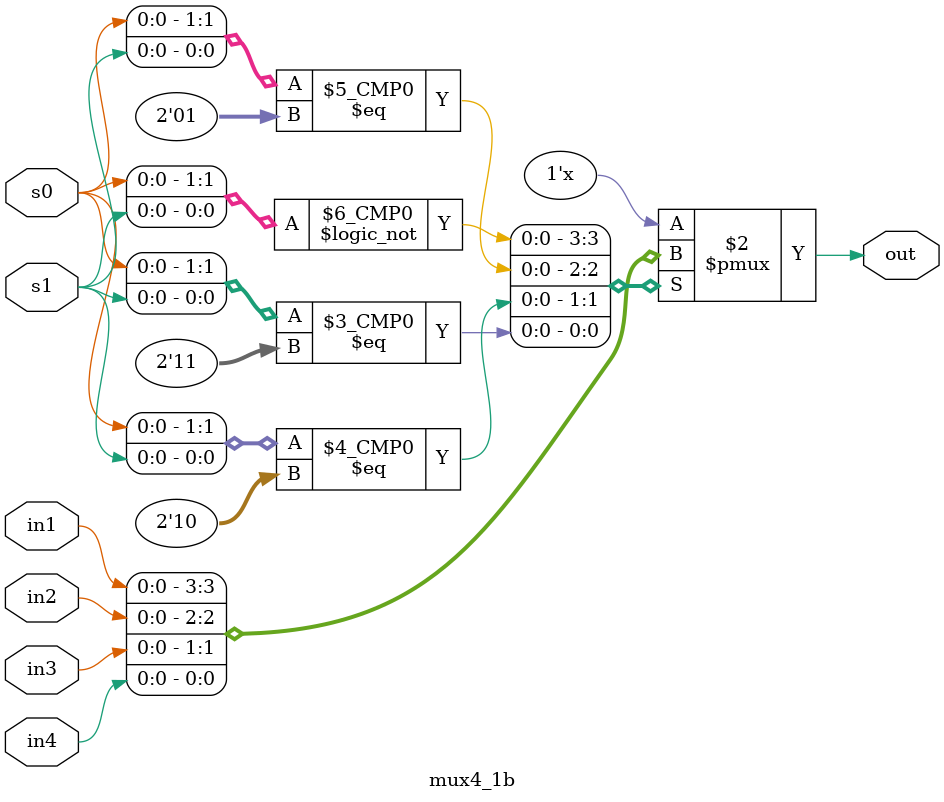
<source format=v>
module mux4_1b(out,in1,in2,in3,in4,s0,s1);
	input in1,in2,in3,in4,s0,s1;
	output reg out;
	always@(*)
		case({s0,s1})
		2'b00:out=in1;
		2'b01:out=in2;
		2'b10:out=in3;
		2'b11:out=in4;
		default:out=2'bx;
		endcase
endmodule

</source>
